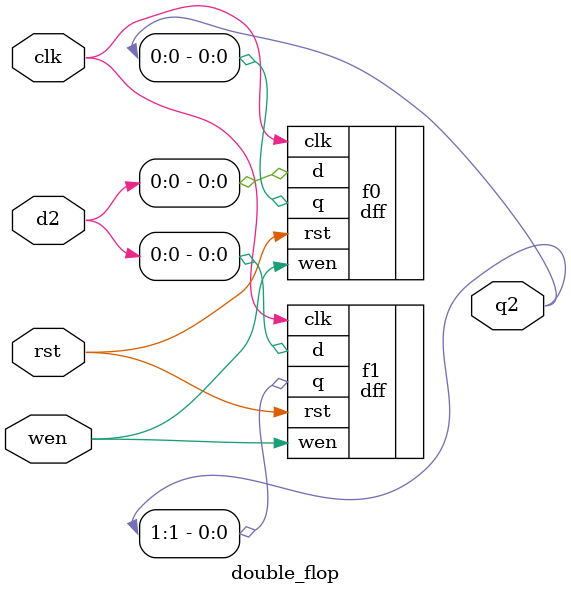
<source format=v>
module double_flop (q2, d2, wen, clk, rst);

    output         [1:0]q2; //DFF output
    input          [1:0]d2; //DFF input
    input 	   wen; //Write Enable
    input          clk; //Clock
    input          rst; //Reset (used synchronously)

dff f0(.q(q2[0]), .d(d2[0]), .wen(wen), .clk(clk), .rst(rst));
dff f1(.q(q2[1]), .d(d2[0]), .wen(wen), .clk(clk), .rst(rst));


endmodule
</source>
